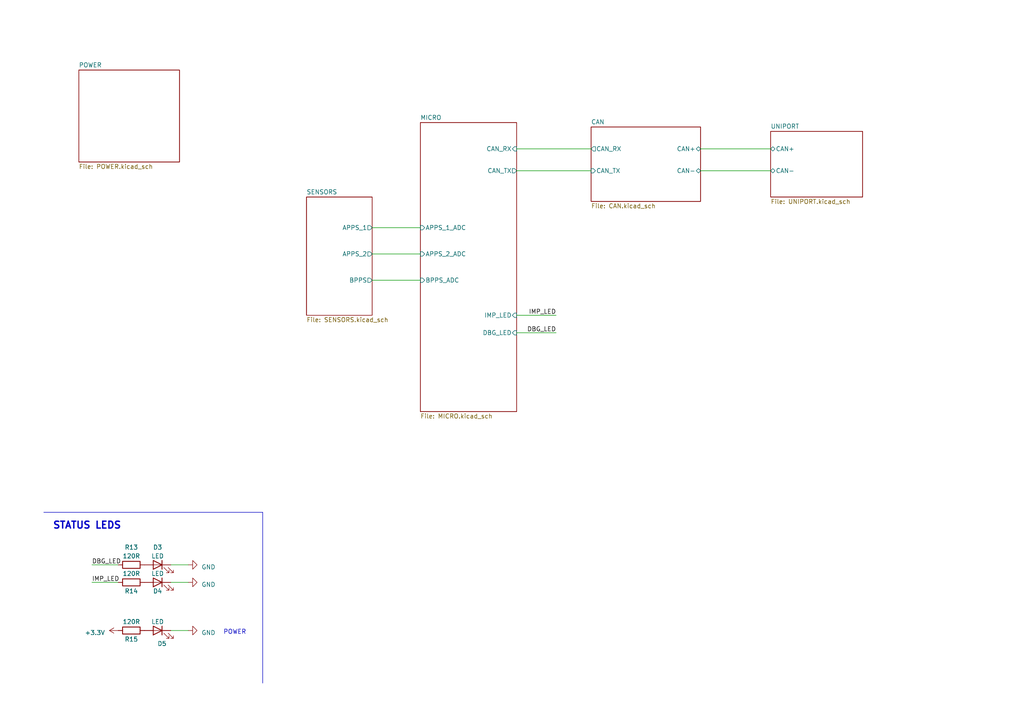
<source format=kicad_sch>
(kicad_sch (version 20230121) (generator eeschema)
  (paper "A4")
  (lib_symbols
    (symbol "Device:LED" (pin_numbers hide) (pin_names (offset 1.016) hide)
      (property "Reference" "D" (at 0 2.54 0))
      (property "Value" "LED" (at 0 -2.54 0))
      (symbol "LED_0_1"
        (polyline (pts (xy -1.27 -1.27) (xy -1.27 1.27)) (stroke (width 0.254)))
        (polyline (pts (xy -1.27 0) (xy 1.27 0)))
        (polyline (pts (xy 1.27 -1.27) (xy 1.27 1.27) (xy -1.27 0) (xy 1.27 -1.27)) (stroke (width 0.254)))
        (polyline (pts (xy -3.048 -0.762) (xy -4.572 -2.286) (xy -3.81 -2.286) (xy -4.572 -2.286) (xy -4.572 -1.524)))
        (polyline (pts (xy -1.778 -0.762) (xy -3.302 -2.286) (xy -2.54 -2.286) (xy -3.302 -2.286) (xy -3.302 -1.524)))
      )
      (symbol "LED_1_1"
        (pin passive line (at -3.81 0 0) (length 2.54) (name "K") (number "1"))
        (pin passive line (at 3.81 0 180) (length 2.54) (name "A") (number "2"))
      )
    )
    (symbol "Device:R" (pin_numbers hide) (pin_names (offset 0))
      (property "Reference" "R" (at 2.032 0 90))
      (property "Value" "R" (at 0 0 90))
      (symbol "R_0_1"
        (rectangle (start -1.016 -2.54) (end 1.016 2.54) (stroke (width 0.254)))
      )
      (symbol "R_1_1"
        (pin passive line (at 0 3.81 270) (length 1.27) (name "~") (number "1"))
        (pin passive line (at 0 -3.81 90) (length 1.27) (name "~") (number "2"))
      )
    )
    (symbol "power:+3.3V" (power) (pin_names (offset 0))
      (property "Value" "+3.3V" (at 0 3.556 0))
      (symbol "+3.3V_0_1"
        (polyline (pts (xy -0.762 1.27) (xy 0 2.54)))
        (polyline (pts (xy 0 0) (xy 0 2.54)))
        (polyline (pts (xy 0 2.54) (xy 0.762 1.27)))
      )
      (symbol "+3.3V_1_1"
        (pin power_in line (at 0 0 90) (length 0) hide (name "+3.3V") (number "1"))
      )
    )
    (symbol "power:GND" (power) (pin_names (offset 0))
      (property "Value" "GND" (at 0 -3.81 0))
      (symbol "GND_0_1"
        (polyline (pts (xy 0 0) (xy 0 -1.27) (xy 1.27 -1.27) (xy 0 -2.54) (xy -1.27 -1.27) (xy 0 -1.27)))
      )
      (symbol "GND_1_1"
        (pin power_in line (at 0 0 270) (length 0) hide (name "GND") (number "1"))
      )
    )
  )
  (wire (pts (xy 54.61 168.91) (xy 49.53 168.91)))
  (wire (pts (xy 54.61 182.88) (xy 49.53 182.88)))
  (wire (pts (xy 26.67 163.83) (xy 34.29 163.83)))
  (wire (pts (xy 203.2 49.53) (xy 223.52 49.53)))
  (wire (pts (xy 107.95 81.28) (xy 121.92 81.28)))
  (wire (pts (xy 26.67 168.91) (xy 34.29 168.91)))
  (wire (pts (xy 149.86 96.52) (xy 161.29 96.52)))
  (wire (pts (xy 107.95 66.04) (xy 121.92 66.04)))
  (wire (pts (xy 149.86 43.18) (xy 171.45 43.18)))
  (wire (pts (xy 54.61 163.83) (xy 49.53 163.83)))
  (wire (pts (xy 149.86 91.44) (xy 161.29 91.44)))
  (polyline (pts (xy 76.2 148.59) (xy 76.2 198.12)))
  (polyline (pts (xy 12.7 148.59) (xy 76.2 148.59)))
  (wire (pts (xy 203.2 43.18) (xy 223.52 43.18)))
  (wire (pts (xy 149.86 49.53) (xy 171.45 49.53)))
  (wire (pts (xy 107.95 73.66) (xy 121.92 73.66)))
  (text "STATUS LEDS" (at 15.24 153.67 0) (effects (font (size 2 2) (thickness 0.4) bold) (justify left bottom)))
  (text "POWER" (at 64.77 184.15 0) (effects (font (size 1.27 1.27)) (justify left bottom)))
  (label "IMP_LED" (at 161.29 91.44 180))
  (label "IMP_LED" (at 26.67 168.91 0))
  (label "DBG_LED" (at 26.67 163.83 0))
  (label "DBG_LED" (at 161.29 96.52 180))
  (symbol (lib_id "power:GND") (at 54.61 182.88 90) (mirror x) (unit 1)
    (property "Reference" "#PWR045" (effects hide))
    (property "Value" "GND" (at 58.42 183.515 90) (effects (justify right)))
  )
  (symbol (lib_id "Device:LED") (at 45.72 163.83 0) (mirror y) (unit 1)
    (property "Reference" "D3" (at 45.72 158.75 0))
    (property "Value" "LED" (at 45.72 161.29 0))
    (property "Footprint" "LED_SMD:LED_0603_1608Metric" (effects hide))
  )
  (symbol (lib_id "power:GND") (at 54.61 168.91 90) (mirror x) (unit 1)
    (property "Reference" "#PWR044" (effects hide))
    (property "Value" "GND" (at 58.42 169.545 90) (effects (justify right)))
  )
  (symbol (lib_id "Device:LED") (at 45.72 182.88 0) (mirror y) (unit 1)
    (property "Reference" "D5" (at 46.99 186.69 0))
    (property "Value" "LED" (at 45.72 180.34 0))
    (property "Footprint" "LED_SMD:LED_0603_1608Metric" (effects hide))
  )
  (symbol (lib_id "Device:LED") (at 45.72 168.91 0) (mirror y) (unit 1)
    (property "Reference" "D4" (at 45.72 171.45 0))
    (property "Value" "LED" (at 45.72 166.37 0))
    (property "Footprint" "LED_SMD:LED_0603_1608Metric" (effects hide))
  )
  (symbol (lib_id "Device:R") (at 38.1 168.91 270) (mirror x) (unit 1)
    (property "Reference" "R14" (at 38.1 171.45 90))
    (property "Value" "120R" (at 38.1 166.37 90))
    (property "Footprint" "Resistor_SMD:R_0402_1005Metric" (effects hide))
  )
  (symbol (lib_id "power:GND") (at 54.61 163.83 90) (mirror x) (unit 1)
    (property "Reference" "#PWR043" (effects hide))
    (property "Value" "GND" (at 58.42 164.465 90) (effects (justify right)))
  )
  (symbol (lib_id "power:+3.3V") (at 34.29 182.88 90) (unit 1)
    (property "Reference" "#PWR046" (effects hide))
    (property "Value" "+3.3V" (at 30.48 183.515 90) (effects (justify left)))
  )
  (symbol (lib_id "Device:R") (at 38.1 182.88 270) (mirror x) (unit 1)
    (property "Reference" "R15" (at 38.1 185.42 90))
    (property "Value" "120R" (at 38.1 180.34 90))
    (property "Footprint" "Capacitor_SMD:C_0402_1005Metric" (effects hide))
  )
  (symbol (lib_id "Device:R") (at 38.1 163.83 270) (mirror x) (unit 1)
    (property "Reference" "R13" (at 38.1 158.75 90))
    (property "Value" "120R" (at 38.1 161.29 90))
    (property "Footprint" "Resistor_SMD:R_0402_1005Metric" (effects hide))
  )
  (sheet (at 223.52 38.1) (size 26.67 19.05) (stroke (width 0.1524))
    (property "Sheetname" "UNIPORT" (at 223.52 37.3884 0) (effects (justify left bottom)))
    (property "Sheetfile" "UNIPORT.kicad_sch" (at 223.52 57.7346 0) (effects (justify left top)))
    (pin "CAN+" bidirectional (at 223.52 43.18 180))
    (pin "CAN-" bidirectional (at 223.52 49.53 180))
  )
  (sheet (at 22.86 20.32) (size 29.21 26.67) (stroke (width 0.1524))
    (property "Sheetname" "POWER" (at 22.86 19.6084 0) (effects (justify left bottom)))
    (property "Sheetfile" "POWER.kicad_sch" (at 22.86 47.5746 0) (effects (justify left top)))
  )
  (sheet (at 121.92 35.56) (size 27.94 83.82) (stroke (width 0.1524))
    (property "Sheetname" "MICRO" (at 121.92 34.8484 0) (effects (justify left bottom)))
    (property "Sheetfile" "MICRO.kicad_sch" (at 121.92 119.9646 0) (effects (justify left top)))
    (pin "CAN_RX" input (at 149.86 43.18 0))
    (pin "CAN_TX" output (at 149.86 49.53 0))
    (pin "APPS_1_ADC" input (at 121.92 66.04 180))
    (pin "BPPS_ADC" input (at 121.92 81.28 180))
    (pin "IMP_LED" input (at 149.86 91.44 0))
    (pin "DBG_LED" input (at 149.86 96.52 0))
    (pin "APPS_2_ADC" input (at 121.92 73.66 180))
  )
  (sheet (at 171.45 36.83) (size 31.75 21.59) (stroke (width 0.1524))
    (property "Sheetname" "CAN" (at 171.45 36.1184 0) (effects (justify left bottom)))
    (property "Sheetfile" "CAN.kicad_sch" (at 171.45 59.0046 0) (effects (justify left top)))
    (pin "CAN_RX" output (at 171.45 43.18 180))
    (pin "CAN_TX" input (at 171.45 49.53 180))
    (pin "CAN+" bidirectional (at 203.2 43.18 0))
    (pin "CAN-" bidirectional (at 203.2 49.53 0))
  )
  (sheet (at 88.9 57.15) (size 19.05 34.29) (stroke (width 0.1524))
    (property "Sheetname" "SENSORS" (at 88.9 56.4384 0) (effects (justify left bottom)))
    (property "Sheetfile" "SENSORS.kicad_sch" (at 88.9 92.0246 0) (effects (justify left top)))
    (pin "APPS_1" output (at 107.95 66.04 0))
    (pin "APPS_2" output (at 107.95 73.66 0))
    (pin "BPPS" output (at 107.95 81.28 0))
  )
)
</source>
